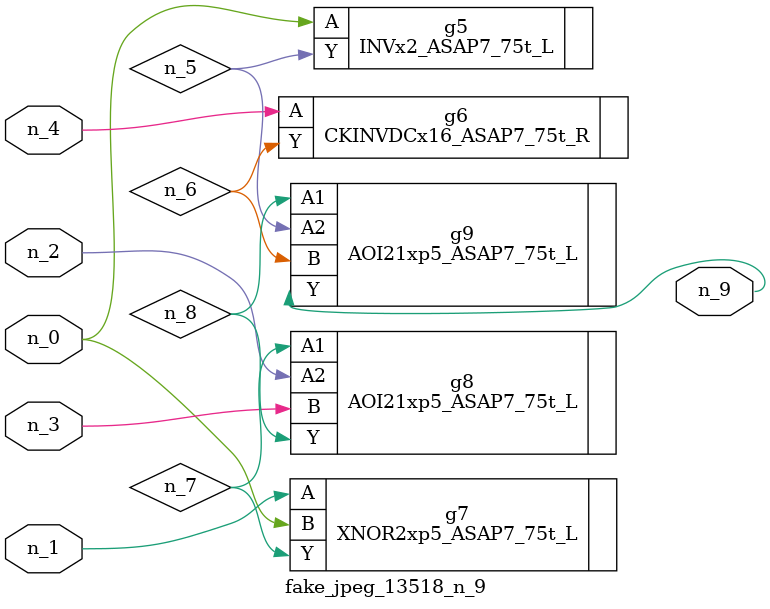
<source format=v>
module fake_jpeg_13518_n_9 (n_3, n_2, n_1, n_0, n_4, n_9);

input n_3;
input n_2;
input n_1;
input n_0;
input n_4;

output n_9;

wire n_8;
wire n_6;
wire n_5;
wire n_7;

INVx2_ASAP7_75t_L g5 ( 
.A(n_0),
.Y(n_5)
);

CKINVDCx16_ASAP7_75t_R g6 ( 
.A(n_4),
.Y(n_6)
);

XNOR2xp5_ASAP7_75t_L g7 ( 
.A(n_1),
.B(n_0),
.Y(n_7)
);

AOI21xp5_ASAP7_75t_L g8 ( 
.A1(n_7),
.A2(n_2),
.B(n_3),
.Y(n_8)
);

AOI21xp5_ASAP7_75t_L g9 ( 
.A1(n_8),
.A2(n_5),
.B(n_6),
.Y(n_9)
);


endmodule
</source>
